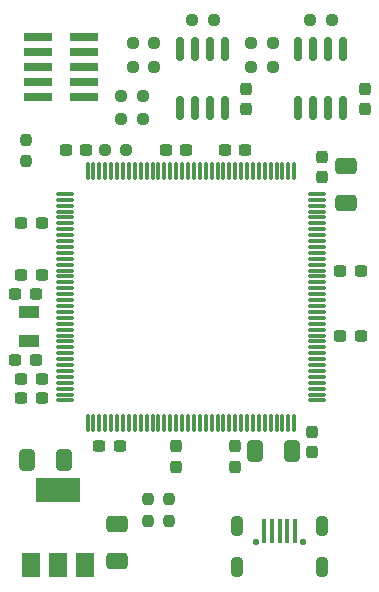
<source format=gbr>
%TF.GenerationSoftware,KiCad,Pcbnew,(6.0.1-0)*%
%TF.CreationDate,2022-02-09T14:27:11+08:00*%
%TF.ProjectId,usb_can,7573625f-6361-46e2-9e6b-696361645f70,rev?*%
%TF.SameCoordinates,Original*%
%TF.FileFunction,Soldermask,Top*%
%TF.FilePolarity,Negative*%
%FSLAX46Y46*%
G04 Gerber Fmt 4.6, Leading zero omitted, Abs format (unit mm)*
G04 Created by KiCad (PCBNEW (6.0.1-0)) date 2022-02-09 14:27:11*
%MOMM*%
%LPD*%
G01*
G04 APERTURE LIST*
G04 Aperture macros list*
%AMRoundRect*
0 Rectangle with rounded corners*
0 $1 Rounding radius*
0 $2 $3 $4 $5 $6 $7 $8 $9 X,Y pos of 4 corners*
0 Add a 4 corners polygon primitive as box body*
4,1,4,$2,$3,$4,$5,$6,$7,$8,$9,$2,$3,0*
0 Add four circle primitives for the rounded corners*
1,1,$1+$1,$2,$3*
1,1,$1+$1,$4,$5*
1,1,$1+$1,$6,$7*
1,1,$1+$1,$8,$9*
0 Add four rect primitives between the rounded corners*
20,1,$1+$1,$2,$3,$4,$5,0*
20,1,$1+$1,$4,$5,$6,$7,0*
20,1,$1+$1,$6,$7,$8,$9,0*
20,1,$1+$1,$8,$9,$2,$3,0*%
G04 Aperture macros list end*
%ADD10RoundRect,0.237500X-0.300000X-0.237500X0.300000X-0.237500X0.300000X0.237500X-0.300000X0.237500X0*%
%ADD11O,0.550000X0.550000*%
%ADD12R,0.400000X2.150000*%
%ADD13O,1.100000X1.800000*%
%ADD14RoundRect,0.237500X0.300000X0.237500X-0.300000X0.237500X-0.300000X-0.237500X0.300000X-0.237500X0*%
%ADD15RoundRect,0.237500X0.237500X-0.250000X0.237500X0.250000X-0.237500X0.250000X-0.237500X-0.250000X0*%
%ADD16RoundRect,0.250000X0.650000X-0.412500X0.650000X0.412500X-0.650000X0.412500X-0.650000X-0.412500X0*%
%ADD17R,1.500000X2.000000*%
%ADD18R,3.800000X2.000000*%
%ADD19RoundRect,0.237500X0.250000X0.237500X-0.250000X0.237500X-0.250000X-0.237500X0.250000X-0.237500X0*%
%ADD20RoundRect,0.250000X0.412500X0.650000X-0.412500X0.650000X-0.412500X-0.650000X0.412500X-0.650000X0*%
%ADD21RoundRect,0.237500X-0.237500X0.300000X-0.237500X-0.300000X0.237500X-0.300000X0.237500X0.300000X0*%
%ADD22RoundRect,0.237500X-0.237500X0.250000X-0.237500X-0.250000X0.237500X-0.250000X0.237500X0.250000X0*%
%ADD23R,2.400000X0.740000*%
%ADD24RoundRect,0.075000X-0.662500X-0.075000X0.662500X-0.075000X0.662500X0.075000X-0.662500X0.075000X0*%
%ADD25RoundRect,0.075000X-0.075000X-0.662500X0.075000X-0.662500X0.075000X0.662500X-0.075000X0.662500X0*%
%ADD26RoundRect,0.150000X0.150000X-0.825000X0.150000X0.825000X-0.150000X0.825000X-0.150000X-0.825000X0*%
%ADD27RoundRect,0.237500X-0.250000X-0.237500X0.250000X-0.237500X0.250000X0.237500X-0.250000X0.237500X0*%
%ADD28RoundRect,0.237500X0.237500X-0.300000X0.237500X0.300000X-0.237500X0.300000X-0.237500X-0.300000X0*%
%ADD29R,1.800000X1.000000*%
G04 APERTURE END LIST*
D10*
%TO.C,C13*%
X97887500Y-92500000D03*
X99612500Y-92500000D03*
%TD*%
%TO.C,C22*%
X85137500Y-110300000D03*
X86862500Y-110300000D03*
%TD*%
D11*
%TO.C,J1*%
X105500000Y-125720000D03*
X109500000Y-125720000D03*
D12*
X106200000Y-124835000D03*
X106850000Y-124835000D03*
X107500000Y-124835000D03*
X108150000Y-124835000D03*
X108800000Y-124835000D03*
D13*
X103900000Y-124400000D03*
X111100000Y-127870000D03*
X103900000Y-127870000D03*
X111100000Y-124400000D03*
%TD*%
D10*
%TO.C,C9*%
X102887500Y-92500000D03*
X104612500Y-92500000D03*
%TD*%
D14*
%TO.C,C10*%
X87362500Y-113500000D03*
X85637500Y-113500000D03*
%TD*%
D15*
%TO.C,R9*%
X86000000Y-93512500D03*
X86000000Y-91687500D03*
%TD*%
D16*
%TO.C,C17*%
X113100000Y-97062500D03*
X113100000Y-93937500D03*
%TD*%
D17*
%TO.C,U4*%
X86450000Y-127650000D03*
X88750000Y-127650000D03*
D18*
X88750000Y-121350000D03*
D17*
X91050000Y-127650000D03*
%TD*%
D19*
%TO.C,R4*%
X96912500Y-83500000D03*
X95087500Y-83500000D03*
%TD*%
D20*
%TO.C,C16*%
X108562500Y-118000000D03*
X105437500Y-118000000D03*
%TD*%
D14*
%TO.C,C5*%
X91112500Y-92500000D03*
X89387500Y-92500000D03*
%TD*%
D19*
%TO.C,R10*%
X94512500Y-92500000D03*
X92687500Y-92500000D03*
%TD*%
D16*
%TO.C,C14*%
X93700000Y-127312500D03*
X93700000Y-124187500D03*
%TD*%
D19*
%TO.C,R12*%
X95912500Y-89900000D03*
X94087500Y-89900000D03*
%TD*%
D21*
%TO.C,C18*%
X104700000Y-87387500D03*
X104700000Y-89112500D03*
%TD*%
%TO.C,C6*%
X103750000Y-117637500D03*
X103750000Y-119362500D03*
%TD*%
D14*
%TO.C,C12*%
X87362500Y-111900000D03*
X85637500Y-111900000D03*
%TD*%
D19*
%TO.C,R1*%
X106912500Y-85500000D03*
X105087500Y-85500000D03*
%TD*%
D10*
%TO.C,C8*%
X92237500Y-117600000D03*
X93962500Y-117600000D03*
%TD*%
D22*
%TO.C,R6*%
X98150000Y-122087500D03*
X98150000Y-123912500D03*
%TD*%
D23*
%TO.C,J2*%
X87050000Y-82960000D03*
X90950000Y-82960000D03*
X87050000Y-84230000D03*
X90950000Y-84230000D03*
X87050000Y-85500000D03*
X90950000Y-85500000D03*
X87050000Y-86770000D03*
X90950000Y-86770000D03*
X87050000Y-88040000D03*
X90950000Y-88040000D03*
%TD*%
D22*
%TO.C,R5*%
X96400000Y-122087500D03*
X96400000Y-123912500D03*
%TD*%
D21*
%TO.C,C2*%
X98750000Y-117637500D03*
X98750000Y-119362500D03*
%TD*%
D10*
%TO.C,C20*%
X112637500Y-108250000D03*
X114362500Y-108250000D03*
%TD*%
D24*
%TO.C,U1*%
X89337500Y-96250000D03*
X89337500Y-96750000D03*
X89337500Y-97250000D03*
X89337500Y-97750000D03*
X89337500Y-98250000D03*
X89337500Y-98750000D03*
X89337500Y-99250000D03*
X89337500Y-99750000D03*
X89337500Y-100250000D03*
X89337500Y-100750000D03*
X89337500Y-101250000D03*
X89337500Y-101750000D03*
X89337500Y-102250000D03*
X89337500Y-102750000D03*
X89337500Y-103250000D03*
X89337500Y-103750000D03*
X89337500Y-104250000D03*
X89337500Y-104750000D03*
X89337500Y-105250000D03*
X89337500Y-105750000D03*
X89337500Y-106250000D03*
X89337500Y-106750000D03*
X89337500Y-107250000D03*
X89337500Y-107750000D03*
X89337500Y-108250000D03*
X89337500Y-108750000D03*
X89337500Y-109250000D03*
X89337500Y-109750000D03*
X89337500Y-110250000D03*
X89337500Y-110750000D03*
X89337500Y-111250000D03*
X89337500Y-111750000D03*
X89337500Y-112250000D03*
X89337500Y-112750000D03*
X89337500Y-113250000D03*
X89337500Y-113750000D03*
D25*
X91250000Y-115662500D03*
X91750000Y-115662500D03*
X92250000Y-115662500D03*
X92750000Y-115662500D03*
X93250000Y-115662500D03*
X93750000Y-115662500D03*
X94250000Y-115662500D03*
X94750000Y-115662500D03*
X95250000Y-115662500D03*
X95750000Y-115662500D03*
X96250000Y-115662500D03*
X96750000Y-115662500D03*
X97250000Y-115662500D03*
X97750000Y-115662500D03*
X98250000Y-115662500D03*
X98750000Y-115662500D03*
X99250000Y-115662500D03*
X99750000Y-115662500D03*
X100250000Y-115662500D03*
X100750000Y-115662500D03*
X101250000Y-115662500D03*
X101750000Y-115662500D03*
X102250000Y-115662500D03*
X102750000Y-115662500D03*
X103250000Y-115662500D03*
X103750000Y-115662500D03*
X104250000Y-115662500D03*
X104750000Y-115662500D03*
X105250000Y-115662500D03*
X105750000Y-115662500D03*
X106250000Y-115662500D03*
X106750000Y-115662500D03*
X107250000Y-115662500D03*
X107750000Y-115662500D03*
X108250000Y-115662500D03*
X108750000Y-115662500D03*
D24*
X110662500Y-113750000D03*
X110662500Y-113250000D03*
X110662500Y-112750000D03*
X110662500Y-112250000D03*
X110662500Y-111750000D03*
X110662500Y-111250000D03*
X110662500Y-110750000D03*
X110662500Y-110250000D03*
X110662500Y-109750000D03*
X110662500Y-109250000D03*
X110662500Y-108750000D03*
X110662500Y-108250000D03*
X110662500Y-107750000D03*
X110662500Y-107250000D03*
X110662500Y-106750000D03*
X110662500Y-106250000D03*
X110662500Y-105750000D03*
X110662500Y-105250000D03*
X110662500Y-104750000D03*
X110662500Y-104250000D03*
X110662500Y-103750000D03*
X110662500Y-103250000D03*
X110662500Y-102750000D03*
X110662500Y-102250000D03*
X110662500Y-101750000D03*
X110662500Y-101250000D03*
X110662500Y-100750000D03*
X110662500Y-100250000D03*
X110662500Y-99750000D03*
X110662500Y-99250000D03*
X110662500Y-98750000D03*
X110662500Y-98250000D03*
X110662500Y-97750000D03*
X110662500Y-97250000D03*
X110662500Y-96750000D03*
X110662500Y-96250000D03*
D25*
X108750000Y-94337500D03*
X108250000Y-94337500D03*
X107750000Y-94337500D03*
X107250000Y-94337500D03*
X106750000Y-94337500D03*
X106250000Y-94337500D03*
X105750000Y-94337500D03*
X105250000Y-94337500D03*
X104750000Y-94337500D03*
X104250000Y-94337500D03*
X103750000Y-94337500D03*
X103250000Y-94337500D03*
X102750000Y-94337500D03*
X102250000Y-94337500D03*
X101750000Y-94337500D03*
X101250000Y-94337500D03*
X100750000Y-94337500D03*
X100250000Y-94337500D03*
X99750000Y-94337500D03*
X99250000Y-94337500D03*
X98750000Y-94337500D03*
X98250000Y-94337500D03*
X97750000Y-94337500D03*
X97250000Y-94337500D03*
X96750000Y-94337500D03*
X96250000Y-94337500D03*
X95750000Y-94337500D03*
X95250000Y-94337500D03*
X94750000Y-94337500D03*
X94250000Y-94337500D03*
X93750000Y-94337500D03*
X93250000Y-94337500D03*
X92750000Y-94337500D03*
X92250000Y-94337500D03*
X91750000Y-94337500D03*
X91250000Y-94337500D03*
%TD*%
D26*
%TO.C,U3*%
X99095000Y-88975000D03*
X100365000Y-88975000D03*
X101635000Y-88975000D03*
X102905000Y-88975000D03*
X102905000Y-84025000D03*
X101635000Y-84025000D03*
X100365000Y-84025000D03*
X99095000Y-84025000D03*
%TD*%
%TO.C,U2*%
X109095000Y-88975000D03*
X110365000Y-88975000D03*
X111635000Y-88975000D03*
X112905000Y-88975000D03*
X112905000Y-84025000D03*
X111635000Y-84025000D03*
X110365000Y-84025000D03*
X109095000Y-84025000D03*
%TD*%
D10*
%TO.C,C21*%
X85137500Y-104700000D03*
X86862500Y-104700000D03*
%TD*%
D27*
%TO.C,R7*%
X110087500Y-81500000D03*
X111912500Y-81500000D03*
%TD*%
D19*
%TO.C,R11*%
X95912500Y-88000000D03*
X94087500Y-88000000D03*
%TD*%
D10*
%TO.C,C1*%
X112637500Y-102750000D03*
X114362500Y-102750000D03*
%TD*%
D28*
%TO.C,C11*%
X111100000Y-94862500D03*
X111100000Y-93137500D03*
%TD*%
D14*
%TO.C,C4*%
X87362500Y-98750000D03*
X85637500Y-98750000D03*
%TD*%
D27*
%TO.C,R8*%
X100087500Y-81500000D03*
X101912500Y-81500000D03*
%TD*%
D19*
%TO.C,R2*%
X106912500Y-83500000D03*
X105087500Y-83500000D03*
%TD*%
D29*
%TO.C,Y1*%
X86300000Y-106250000D03*
X86300000Y-108750000D03*
%TD*%
D21*
%TO.C,C7*%
X110250000Y-116387500D03*
X110250000Y-118112500D03*
%TD*%
D19*
%TO.C,R3*%
X96912500Y-85500000D03*
X95087500Y-85500000D03*
%TD*%
D21*
%TO.C,C19*%
X114700000Y-87387500D03*
X114700000Y-89112500D03*
%TD*%
D20*
%TO.C,C15*%
X89212500Y-118800000D03*
X86087500Y-118800000D03*
%TD*%
D14*
%TO.C,C3*%
X87362500Y-103100000D03*
X85637500Y-103100000D03*
%TD*%
M02*

</source>
